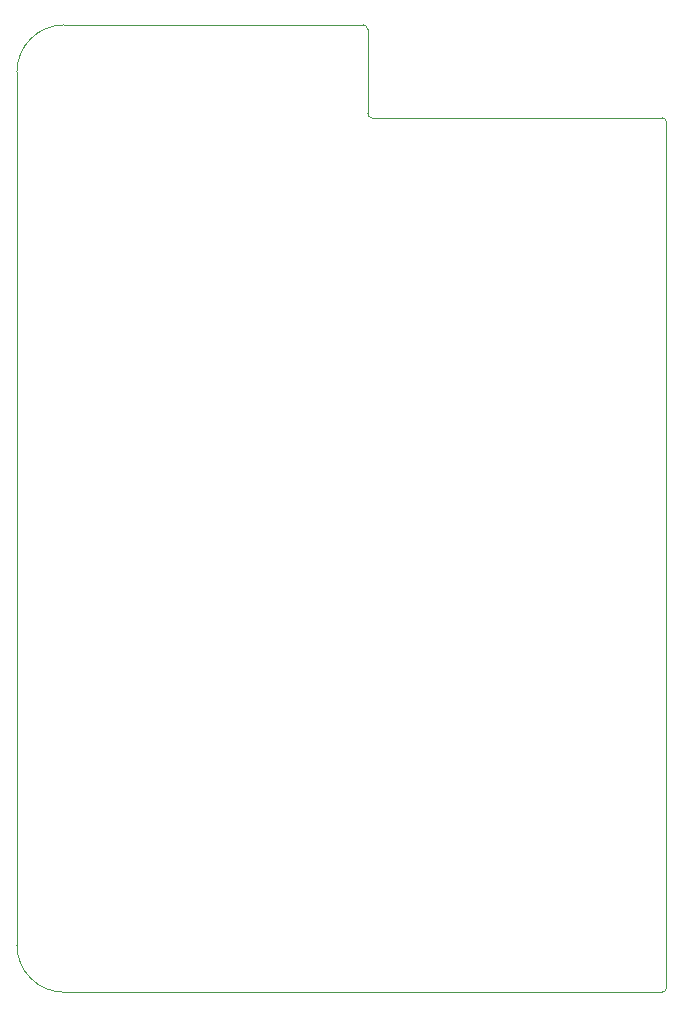
<source format=gbr>
%TF.GenerationSoftware,KiCad,Pcbnew,6.0.11-2627ca5db0~126~ubuntu20.04.1*%
%TF.CreationDate,2023-03-20T13:17:59+01:00*%
%TF.ProjectId,mirte_combination,6d697274-655f-4636-9f6d-62696e617469,rev?*%
%TF.SameCoordinates,Original*%
%TF.FileFunction,Profile,NP*%
%FSLAX46Y46*%
G04 Gerber Fmt 4.6, Leading zero omitted, Abs format (unit mm)*
G04 Created by KiCad (PCBNEW 6.0.11-2627ca5db0~126~ubuntu20.04.1) date 2023-03-20 13:17:59*
%MOMM*%
%LPD*%
G01*
G04 APERTURE LIST*
%TA.AperFunction,Profile*%
%ADD10C,0.100000*%
%TD*%
G04 APERTURE END LIST*
D10*
X104000000Y-50100000D02*
X129337000Y-50100408D01*
X154991000Y-58340000D02*
G75*
G03*
X154610000Y-57959000I-381000J0D01*
G01*
X129702592Y-50466000D02*
X129702592Y-57578000D01*
X154991000Y-58340000D02*
X154991000Y-131619000D01*
X154610000Y-132000000D02*
G75*
G03*
X154991000Y-131619000I0J381000D01*
G01*
X129702592Y-50466000D02*
G75*
G03*
X129337000Y-50100408I-365592J0D01*
G01*
X100000000Y-128000000D02*
X100000000Y-54100000D01*
X154610000Y-57959000D02*
X130099000Y-57959000D01*
X129698400Y-57578000D02*
G75*
G03*
X130079408Y-57959000I381000J0D01*
G01*
X154610000Y-132000000D02*
X104000000Y-132000000D01*
X100000000Y-128000000D02*
G75*
G03*
X104000000Y-132000000I4000000J0D01*
G01*
X104000000Y-50100000D02*
G75*
G03*
X100000000Y-54100000I0J-4000000D01*
G01*
M02*

</source>
